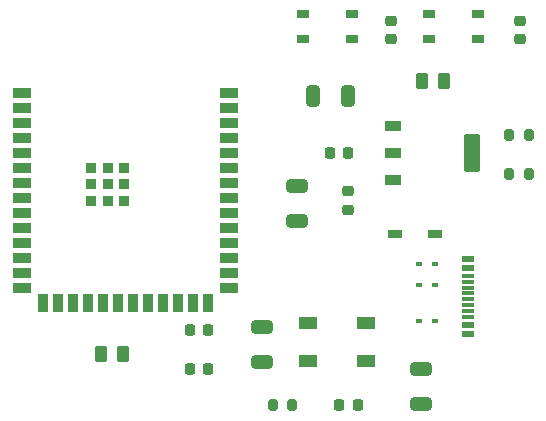
<source format=gbr>
%TF.GenerationSoftware,KiCad,Pcbnew,7.0.9*%
%TF.CreationDate,2024-12-09T18:27:57-04:00*%
%TF.ProjectId,ESP 32 LM,45535020-3332-4204-9c4d-2e6b69636164,rev?*%
%TF.SameCoordinates,Original*%
%TF.FileFunction,Paste,Top*%
%TF.FilePolarity,Positive*%
%FSLAX46Y46*%
G04 Gerber Fmt 4.6, Leading zero omitted, Abs format (unit mm)*
G04 Created by KiCad (PCBNEW 7.0.9) date 2024-12-09 18:27:57*
%MOMM*%
%LPD*%
G01*
G04 APERTURE LIST*
G04 Aperture macros list*
%AMRoundRect*
0 Rectangle with rounded corners*
0 $1 Rounding radius*
0 $2 $3 $4 $5 $6 $7 $8 $9 X,Y pos of 4 corners*
0 Add a 4 corners polygon primitive as box body*
4,1,4,$2,$3,$4,$5,$6,$7,$8,$9,$2,$3,0*
0 Add four circle primitives for the rounded corners*
1,1,$1+$1,$2,$3*
1,1,$1+$1,$4,$5*
1,1,$1+$1,$6,$7*
1,1,$1+$1,$8,$9*
0 Add four rect primitives between the rounded corners*
20,1,$1+$1,$2,$3,$4,$5,0*
20,1,$1+$1,$4,$5,$6,$7,0*
20,1,$1+$1,$6,$7,$8,$9,0*
20,1,$1+$1,$8,$9,$2,$3,0*%
G04 Aperture macros list end*
%ADD10RoundRect,0.250000X0.262500X0.450000X-0.262500X0.450000X-0.262500X-0.450000X0.262500X-0.450000X0*%
%ADD11RoundRect,0.250000X0.650000X-0.325000X0.650000X0.325000X-0.650000X0.325000X-0.650000X-0.325000X0*%
%ADD12RoundRect,0.250000X0.325000X0.650000X-0.325000X0.650000X-0.325000X-0.650000X0.325000X-0.650000X0*%
%ADD13RoundRect,0.250000X-0.650000X0.325000X-0.650000X-0.325000X0.650000X-0.325000X0.650000X0.325000X0*%
%ADD14R,0.900000X1.500000*%
%ADD15R,1.500000X0.900000*%
%ADD16R,0.900000X0.900000*%
%ADD17RoundRect,0.098250X-0.556750X-1.521750X0.556750X-1.521750X0.556750X1.521750X-0.556750X1.521750X0*%
%ADD18RoundRect,0.069750X-0.585250X-0.395250X0.585250X-0.395250X0.585250X0.395250X-0.585250X0.395250X0*%
%ADD19R,1.050000X0.650000*%
%ADD20RoundRect,0.200000X-0.200000X-0.275000X0.200000X-0.275000X0.200000X0.275000X-0.200000X0.275000X0*%
%ADD21R,1.140000X0.600000*%
%ADD22R,1.140000X0.300000*%
%ADD23R,1.500000X1.000000*%
%ADD24RoundRect,0.218750X0.218750X0.256250X-0.218750X0.256250X-0.218750X-0.256250X0.218750X-0.256250X0*%
%ADD25R,1.210000X0.730000*%
%ADD26R,0.480000X0.400000*%
%ADD27RoundRect,0.225000X-0.225000X-0.250000X0.225000X-0.250000X0.225000X0.250000X-0.225000X0.250000X0*%
%ADD28RoundRect,0.225000X0.250000X-0.225000X0.250000X0.225000X-0.250000X0.225000X-0.250000X-0.225000X0*%
%ADD29RoundRect,0.225000X0.225000X0.250000X-0.225000X0.250000X-0.225000X-0.250000X0.225000X-0.250000X0*%
%ADD30RoundRect,0.225000X-0.250000X0.225000X-0.250000X-0.225000X0.250000X-0.225000X0.250000X0.225000X0*%
G04 APERTURE END LIST*
D10*
%TO.C,R5*%
X131214500Y-46990000D03*
X129389500Y-46990000D03*
%TD*%
%TO.C,R4*%
X104036500Y-70104000D03*
X102211500Y-70104000D03*
%TD*%
D11*
%TO.C,C10*%
X115824000Y-70817000D03*
X115824000Y-67867000D03*
%TD*%
D12*
%TO.C,C4*%
X123141000Y-48260000D03*
X120191000Y-48260000D03*
%TD*%
D13*
%TO.C,C1*%
X129286000Y-71423000D03*
X129286000Y-74373000D03*
%TD*%
%TO.C,C2*%
X118826500Y-55929000D03*
X118826500Y-58879000D03*
%TD*%
D14*
%TO.C,U3*%
X111252000Y-65786000D03*
X109982000Y-65786000D03*
X108712000Y-65786000D03*
X107442000Y-65786000D03*
X106172000Y-65786000D03*
X104902000Y-65786000D03*
X103632000Y-65786000D03*
X102362000Y-65786000D03*
X101092000Y-65786000D03*
X99822000Y-65786000D03*
X98552000Y-65786000D03*
D15*
X113017000Y-48026000D03*
X113017000Y-49296000D03*
X113017000Y-50566000D03*
X113017000Y-51836000D03*
X113017000Y-53106000D03*
X113017000Y-54376000D03*
X113017000Y-55646000D03*
X113017000Y-56916000D03*
X113017000Y-58186000D03*
X113017000Y-59456000D03*
X113017000Y-60726000D03*
X113017000Y-61996000D03*
X113017000Y-63266000D03*
X113017000Y-64536000D03*
D14*
X97282000Y-65786000D03*
D15*
X95517000Y-64536000D03*
X95517000Y-63266000D03*
X95517000Y-61996000D03*
X95517000Y-60726000D03*
X95517000Y-59456000D03*
X95517000Y-58186000D03*
X95517000Y-56916000D03*
X95517000Y-55646000D03*
X95517000Y-54376000D03*
X95517000Y-53106000D03*
X95517000Y-51836000D03*
X95517000Y-50566000D03*
X95517000Y-49296000D03*
D16*
X104167000Y-54346000D03*
X102767000Y-54346000D03*
X101367000Y-54346000D03*
X104167000Y-57146000D03*
X102767000Y-57146000D03*
X101367000Y-57146000D03*
X104167000Y-55746000D03*
X101367000Y-55746000D03*
D15*
X95517000Y-48026000D03*
D16*
X102767000Y-55746000D03*
%TD*%
D17*
%TO.C,U1*%
X133601500Y-53086000D03*
D18*
X126911500Y-55376000D03*
X126911500Y-53086000D03*
X126911500Y-50796000D03*
%TD*%
D19*
%TO.C,SW2*%
X123487000Y-43493000D03*
X119337000Y-43493000D03*
X123487000Y-41343000D03*
X119337000Y-41343000D03*
%TD*%
%TO.C,SW1*%
X134155000Y-43493000D03*
X130005000Y-43493000D03*
X134155000Y-41343000D03*
X130005000Y-41343000D03*
%TD*%
D20*
%TO.C,R3*%
X118427000Y-74422000D03*
X116777000Y-74422000D03*
%TD*%
%TO.C,R2*%
X138447500Y-54864000D03*
X136797500Y-54864000D03*
%TD*%
%TO.C,R1*%
X138447500Y-51562000D03*
X136797500Y-51562000D03*
%TD*%
D21*
%TO.C,J1*%
X133310500Y-62050000D03*
X133310500Y-62850000D03*
D22*
X133310500Y-63500000D03*
X133310500Y-64000000D03*
X133310500Y-64500000D03*
X133310500Y-65000000D03*
X133310500Y-67000000D03*
X133310500Y-66500000D03*
X133310500Y-66000000D03*
X133310500Y-65500000D03*
D21*
X133310500Y-67650000D03*
X133310500Y-68450000D03*
%TD*%
D23*
%TO.C,D6*%
X119724000Y-70688000D03*
X119724000Y-67488000D03*
X124624000Y-67488000D03*
X124624000Y-70688000D03*
%TD*%
D24*
%TO.C,D5*%
X122402500Y-74422000D03*
X123977500Y-74422000D03*
%TD*%
D25*
%TO.C,D4*%
X130458000Y-59944000D03*
X127098000Y-59944000D03*
%TD*%
D26*
%TO.C,D3*%
X130454000Y-64262000D03*
X129134000Y-64262000D03*
%TD*%
%TO.C,D2*%
X130454000Y-67310000D03*
X129134000Y-67310000D03*
%TD*%
%TO.C,D1*%
X130454000Y-62484000D03*
X129134000Y-62484000D03*
%TD*%
D27*
%TO.C,C11*%
X111265000Y-71374000D03*
X109715000Y-71374000D03*
%TD*%
%TO.C,C9*%
X111265000Y-68072000D03*
X109715000Y-68072000D03*
%TD*%
D28*
%TO.C,C7*%
X126746000Y-41897000D03*
X126746000Y-43447000D03*
%TD*%
%TO.C,C6*%
X137668000Y-41897000D03*
X137668000Y-43447000D03*
%TD*%
D29*
%TO.C,C5*%
X121607500Y-53086000D03*
X123157500Y-53086000D03*
%TD*%
D30*
%TO.C,C3*%
X123144500Y-57912000D03*
X123144500Y-56362000D03*
%TD*%
M02*

</source>
